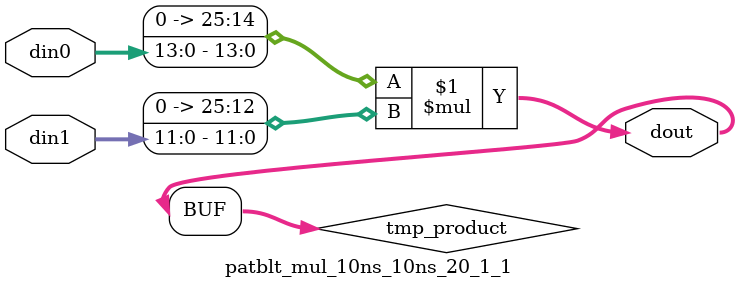
<source format=v>

`timescale 1 ns / 1 ps

  module patblt_mul_10ns_10ns_20_1_1(din0, din1, dout);
parameter ID = 1;
parameter NUM_STAGE = 0;
parameter din0_WIDTH = 14;
parameter din1_WIDTH = 12;
parameter dout_WIDTH = 26;

input [din0_WIDTH - 1 : 0] din0; 
input [din1_WIDTH - 1 : 0] din1; 
output [dout_WIDTH - 1 : 0] dout;

wire signed [dout_WIDTH - 1 : 0] tmp_product;










assign tmp_product = $signed({1'b0, din0}) * $signed({1'b0, din1});











assign dout = tmp_product;







endmodule

</source>
